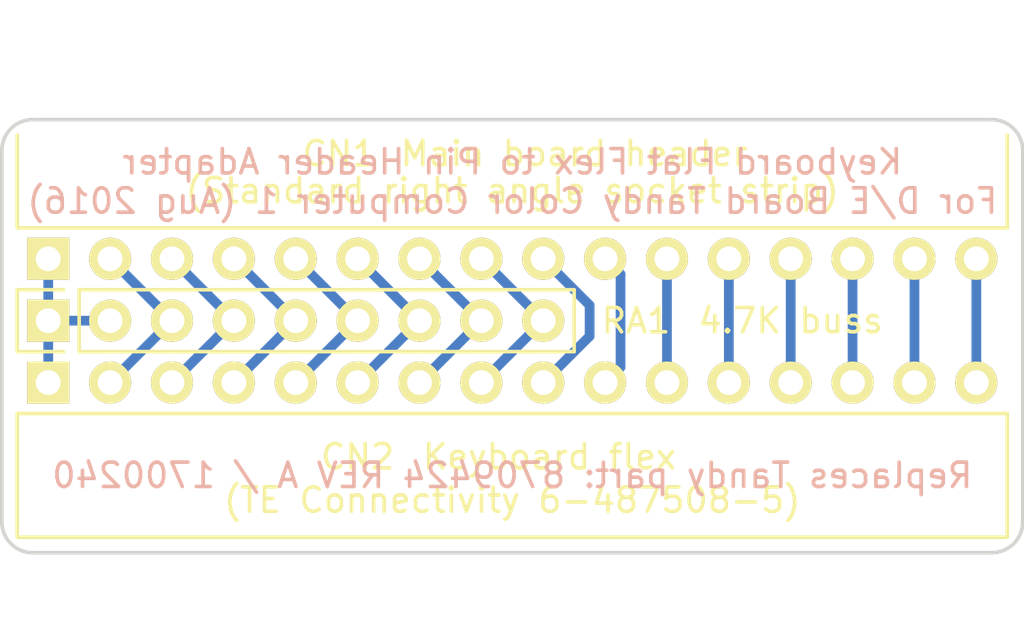
<source format=kicad_pcb>
(kicad_pcb (version 4) (host pcbnew 4.0.2-stable)

  (general
    (links 25)
    (no_connects 0)
    (area 145.339999 93.269999 187.400001 111.200001)
    (thickness 1.6)
    (drawings 12)
    (tracks 29)
    (zones 0)
    (modules 3)
    (nets 17)
  )

  (page A4)
  (layers
    (0 F.Cu signal)
    (31 B.Cu signal)
    (32 B.Adhes user)
    (33 F.Adhes user)
    (34 B.Paste user)
    (35 F.Paste user)
    (36 B.SilkS user)
    (37 F.SilkS user)
    (38 B.Mask user)
    (39 F.Mask user)
    (40 Dwgs.User user)
    (41 Cmts.User user)
    (42 Eco1.User user)
    (43 Eco2.User user)
    (44 Edge.Cuts user)
    (45 Margin user)
    (46 B.CrtYd user)
    (47 F.CrtYd user)
    (48 B.Fab user)
    (49 F.Fab user)
  )

  (setup
    (last_trace_width 0.4)
    (trace_clearance 0.4)
    (zone_clearance 0.508)
    (zone_45_only no)
    (trace_min 0.4)
    (segment_width 0.2)
    (edge_width 0.15)
    (via_size 0.6)
    (via_drill 0.4)
    (via_min_size 0.4)
    (via_min_drill 0.3)
    (uvia_size 0.3)
    (uvia_drill 0.1)
    (uvias_allowed no)
    (uvia_min_size 0.2)
    (uvia_min_drill 0.1)
    (pcb_text_width 0.3)
    (pcb_text_size 1.5 1.5)
    (mod_edge_width 0.15)
    (mod_text_size 1 1)
    (mod_text_width 0.15)
    (pad_size 1.524 1.524)
    (pad_drill 0.762)
    (pad_to_mask_clearance 0.2)
    (aux_axis_origin 0 0)
    (grid_origin 166.37 101.6)
    (visible_elements 7FFFFFFF)
    (pcbplotparams
      (layerselection 0x00030_80000001)
      (usegerberextensions false)
      (excludeedgelayer true)
      (linewidth 0.100000)
      (plotframeref false)
      (viasonmask false)
      (mode 1)
      (useauxorigin false)
      (hpglpennumber 1)
      (hpglpenspeed 20)
      (hpglpendiameter 15)
      (hpglpenoverlay 2)
      (psnegative false)
      (psa4output false)
      (plotreference true)
      (plotvalue true)
      (plotinvisibletext false)
      (padsonsilk false)
      (subtractmaskfromsilk false)
      (outputformat 1)
      (mirror false)
      (drillshape 1)
      (scaleselection 1)
      (outputdirectory ""))
  )

  (net 0 "")
  (net 1 "Net-(CN1-Pad1)")
  (net 2 "Net-(CN1-Pad2)")
  (net 3 "Net-(CN1-Pad3)")
  (net 4 "Net-(CN1-Pad4)")
  (net 5 "Net-(CN1-Pad5)")
  (net 6 "Net-(CN1-Pad6)")
  (net 7 "Net-(CN1-Pad7)")
  (net 8 "Net-(CN1-Pad8)")
  (net 9 "Net-(CN1-Pad9)")
  (net 10 "Net-(CN1-Pad10)")
  (net 11 "Net-(CN1-Pad11)")
  (net 12 "Net-(CN1-Pad12)")
  (net 13 "Net-(CN1-Pad13)")
  (net 14 "Net-(CN1-Pad14)")
  (net 15 "Net-(CN1-Pad15)")
  (net 16 "Net-(CN1-Pad16)")

  (net_class Default "This is the default net class."
    (clearance 0.4)
    (trace_width 0.4)
    (via_dia 0.6)
    (via_drill 0.4)
    (uvia_dia 0.3)
    (uvia_drill 0.1)
    (add_net "Net-(CN1-Pad1)")
    (add_net "Net-(CN1-Pad10)")
    (add_net "Net-(CN1-Pad11)")
    (add_net "Net-(CN1-Pad12)")
    (add_net "Net-(CN1-Pad13)")
    (add_net "Net-(CN1-Pad14)")
    (add_net "Net-(CN1-Pad15)")
    (add_net "Net-(CN1-Pad16)")
    (add_net "Net-(CN1-Pad2)")
    (add_net "Net-(CN1-Pad3)")
    (add_net "Net-(CN1-Pad4)")
    (add_net "Net-(CN1-Pad5)")
    (add_net "Net-(CN1-Pad6)")
    (add_net "Net-(CN1-Pad7)")
    (add_net "Net-(CN1-Pad8)")
    (add_net "Net-(CN1-Pad9)")
  )

  (module Pin_Headers:Pin_Header_Straight_1x09 (layer F.Cu) (tedit 57A75E82) (tstamp 57A753BB)
    (at 147.32 101.6 90)
    (descr "Through hole pin header")
    (tags "pin header")
    (path /57A74FC2)
    (fp_text reference RA1 (at 0 24.13 180) (layer F.SilkS)
      (effects (font (size 1 1) (thickness 0.15)))
    )
    (fp_text value "4.7K buss" (at 0 30.48 180) (layer F.SilkS)
      (effects (font (size 1 1) (thickness 0.15)))
    )
    (fp_line (start -1.27 0.635) (end -1.27 -1.27) (layer F.SilkS) (width 0.15))
    (fp_line (start -1.27 -1.27) (end 1.27 -1.27) (layer F.SilkS) (width 0.15))
    (fp_line (start 1.27 -1.27) (end 1.27 0.635) (layer F.SilkS) (width 0.15))
    (fp_line (start -1.75 -1.75) (end -1.75 22.1) (layer F.CrtYd) (width 0.05))
    (fp_line (start 1.75 -1.75) (end 1.75 22.1) (layer F.CrtYd) (width 0.05))
    (fp_line (start -1.75 -1.75) (end 1.75 -1.75) (layer F.CrtYd) (width 0.05))
    (fp_line (start -1.75 22.1) (end 1.75 22.1) (layer F.CrtYd) (width 0.05))
    (fp_line (start 1.27 1.27) (end 1.27 21.59) (layer F.SilkS) (width 0.15))
    (fp_line (start 1.27 21.59) (end -1.27 21.59) (layer F.SilkS) (width 0.15))
    (fp_line (start -1.27 21.59) (end -1.27 1.27) (layer F.SilkS) (width 0.15))
    (fp_line (start 1.27 1.27) (end -1.27 1.27) (layer F.SilkS) (width 0.15))
    (pad 1 thru_hole rect (at 0 0 90) (size 1.7272 1.7272) (drill 1.016) (layers *.Cu *.Mask F.SilkS)
      (net 1 "Net-(CN1-Pad1)"))
    (pad 2 thru_hole circle (at 0 2.54 90) (size 1.7272 1.7272) (drill 1.016) (layers *.Cu *.Mask F.SilkS)
      (net 1 "Net-(CN1-Pad1)"))
    (pad 3 thru_hole circle (at 0 5.08 90) (size 1.7272 1.7272) (drill 1.016) (layers *.Cu *.Mask F.SilkS)
      (net 2 "Net-(CN1-Pad2)"))
    (pad 4 thru_hole circle (at 0 7.62 90) (size 1.7272 1.7272) (drill 1.016) (layers *.Cu *.Mask F.SilkS)
      (net 3 "Net-(CN1-Pad3)"))
    (pad 5 thru_hole circle (at 0 10.16 90) (size 1.7272 1.7272) (drill 1.016) (layers *.Cu *.Mask F.SilkS)
      (net 4 "Net-(CN1-Pad4)"))
    (pad 6 thru_hole circle (at 0 12.7 90) (size 1.7272 1.7272) (drill 1.016) (layers *.Cu *.Mask F.SilkS)
      (net 5 "Net-(CN1-Pad5)"))
    (pad 7 thru_hole circle (at 0 15.24 90) (size 1.7272 1.7272) (drill 1.016) (layers *.Cu *.Mask F.SilkS)
      (net 6 "Net-(CN1-Pad6)"))
    (pad 8 thru_hole circle (at 0 17.78 90) (size 1.7272 1.7272) (drill 1.016) (layers *.Cu *.Mask F.SilkS)
      (net 7 "Net-(CN1-Pad7)"))
    (pad 9 thru_hole circle (at 0 20.32 90) (size 1.7272 1.7272) (drill 1.016) (layers *.Cu *.Mask F.SilkS)
      (net 8 "Net-(CN1-Pad8)"))
    (model ../../../../../../dev/Coco/Circuits/Libraries/smisioto/walter/pth_resistors/r-sil_8.wrl
      (at (xyz 0 -0.45 0))
      (scale (xyz 1 1 1))
      (rotate (xyz 0 0 90))
    )
  )

  (module Socket_Strips:Socket_Strip_Angled_1x16 (layer F.Cu) (tedit 57A75E7A) (tstamp 57A7539A)
    (at 147.32 99.06 180)
    (descr "Through hole socket strip")
    (tags "socket strip")
    (path /57A74F11)
    (fp_text reference CN1 (at -11.938 4.318 180) (layer F.SilkS)
      (effects (font (size 1 1) (thickness 0.15)))
    )
    (fp_text value "Main board header" (at -21.59 4.318 180) (layer F.SilkS)
      (effects (font (size 1 1) (thickness 0.15)))
    )
    (fp_line (start 1.27 1.27) (end 1.27 5.08) (layer F.SilkS) (width 0.15))
    (fp_line (start -39.37 1.27) (end -39.37 5.08) (layer F.SilkS) (width 0.15))
    (fp_line (start 1.75 -1.5) (end 1.75 10.6) (layer F.CrtYd) (width 0.05))
    (fp_line (start -39.85 -1.5) (end -39.85 10.6) (layer F.CrtYd) (width 0.05))
    (fp_line (start 1.75 -1.5) (end -39.85 -1.5) (layer F.CrtYd) (width 0.05))
    (fp_line (start 1.75 10.6) (end -39.85 10.6) (layer F.CrtYd) (width 0.05))
    (fp_line (start -13.97 1.27) (end -16.51 1.27) (layer F.SilkS) (width 0.15))
    (fp_line (start -16.51 1.27) (end -19.05 1.27) (layer F.SilkS) (width 0.15))
    (fp_line (start -19.05 1.27) (end -21.59 1.27) (layer F.SilkS) (width 0.15))
    (fp_line (start -21.59 1.27) (end -24.13 1.27) (layer F.SilkS) (width 0.15))
    (fp_line (start -24.13 1.27) (end -26.67 1.27) (layer F.SilkS) (width 0.15))
    (fp_line (start -26.67 1.27) (end -29.21 1.27) (layer F.SilkS) (width 0.15))
    (fp_line (start -29.21 1.27) (end -31.75 1.27) (layer F.SilkS) (width 0.15))
    (fp_line (start -31.75 1.27) (end -34.29 1.27) (layer F.SilkS) (width 0.15))
    (fp_line (start -34.29 1.27) (end -36.83 1.27) (layer F.SilkS) (width 0.15))
    (fp_line (start -36.83 1.27) (end -39.37 1.27) (layer F.SilkS) (width 0.15))
    (fp_line (start -11.43 1.27) (end -13.97 1.27) (layer F.SilkS) (width 0.15))
    (fp_line (start -8.89 1.27) (end -11.43 1.27) (layer F.SilkS) (width 0.15))
    (fp_line (start -6.35 1.27) (end -8.89 1.27) (layer F.SilkS) (width 0.15))
    (fp_line (start -3.81 1.27) (end -6.35 1.27) (layer F.SilkS) (width 0.15))
    (fp_line (start -1.27 1.27) (end -3.81 1.27) (layer F.SilkS) (width 0.15))
    (fp_line (start 1.27 1.27) (end -1.27 1.27) (layer F.SilkS) (width 0.15))
    (pad 1 thru_hole rect (at 0 0) (size 1.7272 1.7272) (drill 1.016) (layers *.Cu *.Mask F.SilkS)
      (net 1 "Net-(CN1-Pad1)"))
    (pad 2 thru_hole circle (at -2.54 0) (size 1.7272 1.7272) (drill 1.016) (layers *.Cu *.Mask F.SilkS)
      (net 2 "Net-(CN1-Pad2)"))
    (pad 3 thru_hole circle (at -5.08 0) (size 1.7272 1.7272) (drill 1.016) (layers *.Cu *.Mask F.SilkS)
      (net 3 "Net-(CN1-Pad3)"))
    (pad 4 thru_hole circle (at -7.62 0) (size 1.7272 1.7272) (drill 1.016) (layers *.Cu *.Mask F.SilkS)
      (net 4 "Net-(CN1-Pad4)"))
    (pad 5 thru_hole circle (at -10.16 0) (size 1.7272 1.7272) (drill 1.016) (layers *.Cu *.Mask F.SilkS)
      (net 5 "Net-(CN1-Pad5)"))
    (pad 6 thru_hole circle (at -12.7 0) (size 1.7272 1.7272) (drill 1.016) (layers *.Cu *.Mask F.SilkS)
      (net 6 "Net-(CN1-Pad6)"))
    (pad 7 thru_hole circle (at -15.24 0) (size 1.7272 1.7272) (drill 1.016) (layers *.Cu *.Mask F.SilkS)
      (net 7 "Net-(CN1-Pad7)"))
    (pad 8 thru_hole circle (at -17.78 0) (size 1.7272 1.7272) (drill 1.016) (layers *.Cu *.Mask F.SilkS)
      (net 8 "Net-(CN1-Pad8)"))
    (pad 9 thru_hole circle (at -20.32 0) (size 1.7272 1.7272) (drill 1.016) (layers *.Cu *.Mask F.SilkS)
      (net 9 "Net-(CN1-Pad9)"))
    (pad 10 thru_hole circle (at -22.86 0) (size 1.7272 1.7272) (drill 1.016) (layers *.Cu *.Mask F.SilkS)
      (net 10 "Net-(CN1-Pad10)"))
    (pad 11 thru_hole circle (at -25.4 0) (size 1.7272 1.7272) (drill 1.016) (layers *.Cu *.Mask F.SilkS)
      (net 11 "Net-(CN1-Pad11)"))
    (pad 12 thru_hole circle (at -27.94 0) (size 1.7272 1.7272) (drill 1.016) (layers *.Cu *.Mask F.SilkS)
      (net 12 "Net-(CN1-Pad12)"))
    (pad 13 thru_hole circle (at -30.48 0) (size 1.7272 1.7272) (drill 1.016) (layers *.Cu *.Mask F.SilkS)
      (net 13 "Net-(CN1-Pad13)"))
    (pad 14 thru_hole circle (at -33.02 0) (size 1.7272 1.7272) (drill 1.016) (layers *.Cu *.Mask F.SilkS)
      (net 14 "Net-(CN1-Pad14)"))
    (pad 15 thru_hole circle (at -35.56 0) (size 1.7272 1.7272) (drill 1.016) (layers *.Cu *.Mask F.SilkS)
      (net 15 "Net-(CN1-Pad15)"))
    (pad 16 thru_hole circle (at -38.1 0) (size 1.7272 1.7272) (drill 1.016) (layers *.Cu *.Mask F.SilkS)
      (net 16 "Net-(CN1-Pad16)"))
    (model Socket_Strips.3dshapes/Socket_Strip_Angled_1x16.wrl
      (at (xyz -0.75 0 0))
      (scale (xyz 1 1 1))
      (rotate (xyz 0 0 180))
    )
  )

  (module Socket_Strips:Socket_Strip_Angled_1x16 (layer F.Cu) (tedit 57A75E7E) (tstamp 57A753AE)
    (at 147.32 104.14)
    (descr "Through hole socket strip")
    (tags "socket strip")
    (path /57A74F53)
    (fp_text reference CN2 (at 12.7 3.048) (layer F.SilkS)
      (effects (font (size 1 1) (thickness 0.15)))
    )
    (fp_text value "Keyboard flex" (at 20.574 3.048) (layer F.SilkS)
      (effects (font (size 1 1) (thickness 0.15)))
    )
    (fp_line (start -1.27 1.27) (end -1.27 6.35) (layer F.SilkS) (width 0.15))
    (fp_line (start -1.27 6.35) (end 39.37 6.35) (layer F.SilkS) (width 0.15))
    (fp_line (start 39.37 6.35) (end 39.37 1.27) (layer F.SilkS) (width 0.15))
    (fp_line (start -1.75 -1.5) (end -1.75 10.6) (layer F.CrtYd) (width 0.05))
    (fp_line (start 39.85 -1.5) (end 39.85 10.6) (layer F.CrtYd) (width 0.05))
    (fp_line (start -1.75 -1.5) (end 39.85 -1.5) (layer F.CrtYd) (width 0.05))
    (fp_line (start -1.75 10.6) (end 39.85 10.6) (layer F.CrtYd) (width 0.05))
    (fp_line (start 13.97 1.27) (end 16.51 1.27) (layer F.SilkS) (width 0.15))
    (fp_line (start 16.51 1.27) (end 19.05 1.27) (layer F.SilkS) (width 0.15))
    (fp_line (start 19.05 1.27) (end 21.59 1.27) (layer F.SilkS) (width 0.15))
    (fp_line (start 21.59 1.27) (end 24.13 1.27) (layer F.SilkS) (width 0.15))
    (fp_line (start 24.13 1.27) (end 26.67 1.27) (layer F.SilkS) (width 0.15))
    (fp_line (start 26.67 1.27) (end 29.21 1.27) (layer F.SilkS) (width 0.15))
    (fp_line (start 29.21 1.27) (end 31.75 1.27) (layer F.SilkS) (width 0.15))
    (fp_line (start 31.75 1.27) (end 34.29 1.27) (layer F.SilkS) (width 0.15))
    (fp_line (start 34.29 1.27) (end 36.83 1.27) (layer F.SilkS) (width 0.15))
    (fp_line (start 36.83 1.27) (end 39.37 1.27) (layer F.SilkS) (width 0.15))
    (fp_line (start 11.43 1.27) (end 13.97 1.27) (layer F.SilkS) (width 0.15))
    (fp_line (start 8.89 1.27) (end 11.43 1.27) (layer F.SilkS) (width 0.15))
    (fp_line (start 6.35 1.27) (end 8.89 1.27) (layer F.SilkS) (width 0.15))
    (fp_line (start 3.81 1.27) (end 6.35 1.27) (layer F.SilkS) (width 0.15))
    (fp_line (start 1.27 1.27) (end 3.81 1.27) (layer F.SilkS) (width 0.15))
    (fp_line (start -1.27 1.27) (end 1.27 1.27) (layer F.SilkS) (width 0.15))
    (pad 1 thru_hole rect (at 0 0) (size 1.7272 1.7272) (drill 1.016) (layers *.Cu *.Mask F.SilkS)
      (net 1 "Net-(CN1-Pad1)"))
    (pad 2 thru_hole circle (at 2.54 0) (size 1.7272 1.7272) (drill 1.016) (layers *.Cu *.Mask F.SilkS)
      (net 2 "Net-(CN1-Pad2)"))
    (pad 3 thru_hole circle (at 5.08 0) (size 1.7272 1.7272) (drill 1.016) (layers *.Cu *.Mask F.SilkS)
      (net 3 "Net-(CN1-Pad3)"))
    (pad 4 thru_hole circle (at 7.62 0) (size 1.7272 1.7272) (drill 1.016) (layers *.Cu *.Mask F.SilkS)
      (net 4 "Net-(CN1-Pad4)"))
    (pad 5 thru_hole circle (at 10.16 0) (size 1.7272 1.7272) (drill 1.016) (layers *.Cu *.Mask F.SilkS)
      (net 5 "Net-(CN1-Pad5)"))
    (pad 6 thru_hole circle (at 12.7 0) (size 1.7272 1.7272) (drill 1.016) (layers *.Cu *.Mask F.SilkS)
      (net 6 "Net-(CN1-Pad6)"))
    (pad 7 thru_hole circle (at 15.24 0) (size 1.7272 1.7272) (drill 1.016) (layers *.Cu *.Mask F.SilkS)
      (net 7 "Net-(CN1-Pad7)"))
    (pad 8 thru_hole circle (at 17.78 0) (size 1.7272 1.7272) (drill 1.016) (layers *.Cu *.Mask F.SilkS)
      (net 8 "Net-(CN1-Pad8)"))
    (pad 9 thru_hole circle (at 20.32 0) (size 1.7272 1.7272) (drill 1.016) (layers *.Cu *.Mask F.SilkS)
      (net 9 "Net-(CN1-Pad9)"))
    (pad 10 thru_hole circle (at 22.86 0) (size 1.7272 1.7272) (drill 1.016) (layers *.Cu *.Mask F.SilkS)
      (net 10 "Net-(CN1-Pad10)"))
    (pad 11 thru_hole circle (at 25.4 0) (size 1.7272 1.7272) (drill 1.016) (layers *.Cu *.Mask F.SilkS)
      (net 11 "Net-(CN1-Pad11)"))
    (pad 12 thru_hole circle (at 27.94 0) (size 1.7272 1.7272) (drill 1.016) (layers *.Cu *.Mask F.SilkS)
      (net 12 "Net-(CN1-Pad12)"))
    (pad 13 thru_hole circle (at 30.48 0) (size 1.7272 1.7272) (drill 1.016) (layers *.Cu *.Mask F.SilkS)
      (net 13 "Net-(CN1-Pad13)"))
    (pad 14 thru_hole circle (at 33.02 0) (size 1.7272 1.7272) (drill 1.016) (layers *.Cu *.Mask F.SilkS)
      (net 14 "Net-(CN1-Pad14)"))
    (pad 15 thru_hole circle (at 35.56 0) (size 1.7272 1.7272) (drill 1.016) (layers *.Cu *.Mask F.SilkS)
      (net 15 "Net-(CN1-Pad15)"))
    (pad 16 thru_hole circle (at 38.1 0) (size 1.7272 1.7272) (drill 1.016) (layers *.Cu *.Mask F.SilkS)
      (net 16 "Net-(CN1-Pad16)"))
    (model Socket_Strips.3dshapes/Socket_Strip_Angled_1x16.wrl
      (at (xyz 0.75 0 0))
      (scale (xyz 1 1 1))
      (rotate (xyz 0 0 180))
    )
  )

  (gr_text "(Standard right angle socket strip)" (at 166.37 96.266) (layer F.SilkS)
    (effects (font (size 1 1) (thickness 0.15)))
  )
  (gr_text "(TE Connectivity 6-487508-5)" (at 166.37 108.966) (layer F.SilkS)
    (effects (font (size 1 1) (thickness 0.15)))
  )
  (gr_text "Keyboard Flat Flex to Pin Header Adapter\nFor D/E Board Tandy Color Computer 1 (Aug 2016)" (at 166.37 95.885) (layer B.SilkS)
    (effects (font (size 1 1) (thickness 0.15)) (justify mirror))
  )
  (gr_text "Replaces Tandy part: 8709424 REV A / 1700240" (at 166.37 107.95) (layer B.SilkS)
    (effects (font (size 1 1) (thickness 0.15)) (justify mirror))
  )
  (gr_line (start 146.685 93.345) (end 186.055 93.345) (angle 90) (layer Edge.Cuts) (width 0.15))
  (gr_line (start 145.415 109.855) (end 145.415 94.615) (angle 90) (layer Edge.Cuts) (width 0.15))
  (gr_line (start 186.055 111.125) (end 146.685 111.125) (angle 90) (layer Edge.Cuts) (width 0.15))
  (gr_line (start 187.325 94.615) (end 187.325 109.855) (angle 90) (layer Edge.Cuts) (width 0.15))
  (gr_arc (start 146.685 109.855) (end 146.685 111.125) (angle 90) (layer Edge.Cuts) (width 0.15))
  (gr_arc (start 186.055 109.855) (end 187.325 109.855) (angle 90) (layer Edge.Cuts) (width 0.15))
  (gr_arc (start 186.055 94.615) (end 186.055 93.345) (angle 90) (layer Edge.Cuts) (width 0.15))
  (gr_arc (start 146.685 94.615) (end 145.415 94.615) (angle 90) (layer Edge.Cuts) (width 0.15))

  (segment (start 147.32 101.6) (end 147.32 104.14) (width 0.4) (layer B.Cu) (net 1))
  (segment (start 149.86 101.6) (end 147.32 101.6) (width 0.4) (layer B.Cu) (net 1))
  (segment (start 147.32 99.06) (end 147.32 101.6) (width 0.4) (layer B.Cu) (net 1))
  (segment (start 149.86 99.06) (end 152.4 101.6) (width 0.4) (layer B.Cu) (net 2))
  (segment (start 152.4 101.6) (end 149.86 104.14) (width 0.4) (layer B.Cu) (net 2) (tstamp 57A754DE))
  (segment (start 152.4 99.06) (end 154.94 101.6) (width 0.4) (layer B.Cu) (net 3))
  (segment (start 154.94 101.6) (end 152.4 104.14) (width 0.4) (layer B.Cu) (net 3) (tstamp 57A754E1))
  (segment (start 154.94 99.06) (end 157.48 101.6) (width 0.4) (layer B.Cu) (net 4))
  (segment (start 157.48 101.6) (end 154.94 104.14) (width 0.4) (layer B.Cu) (net 4) (tstamp 57A754E4))
  (segment (start 157.48 99.06) (end 160.02 101.6) (width 0.4) (layer B.Cu) (net 5))
  (segment (start 160.02 101.6) (end 157.48 104.14) (width 0.4) (layer B.Cu) (net 5) (tstamp 57A754E7))
  (segment (start 160.02 99.06) (end 162.56 101.6) (width 0.4) (layer B.Cu) (net 6))
  (segment (start 162.56 101.6) (end 160.02 104.14) (width 0.4) (layer B.Cu) (net 6) (tstamp 57A754EA))
  (segment (start 162.56 99.06) (end 165.1 101.6) (width 0.4) (layer B.Cu) (net 7))
  (segment (start 165.1 101.6) (end 162.56 104.14) (width 0.4) (layer B.Cu) (net 7) (tstamp 57A754ED))
  (segment (start 165.1 99.06) (end 167.64 101.6) (width 0.4) (layer B.Cu) (net 8))
  (segment (start 167.64 101.6) (end 165.1 104.14) (width 0.4) (layer B.Cu) (net 8) (tstamp 57A754F0))
  (segment (start 167.64 99.06) (end 169.545 100.965) (width 0.4) (layer B.Cu) (net 9))
  (segment (start 169.545 102.235) (end 167.64 104.14) (width 0.4) (layer B.Cu) (net 9) (tstamp 57A754F7))
  (segment (start 169.545 100.965) (end 169.545 102.235) (width 0.4) (layer B.Cu) (net 9) (tstamp 57A754F6))
  (segment (start 170.18 99.06) (end 170.815 99.695) (width 0.4) (layer B.Cu) (net 10))
  (segment (start 170.815 103.505) (end 170.18 104.14) (width 0.4) (layer B.Cu) (net 10) (tstamp 57A754FE))
  (segment (start 170.815 99.695) (end 170.815 103.505) (width 0.4) (layer B.Cu) (net 10) (tstamp 57A754FD))
  (segment (start 172.72 99.06) (end 172.72 104.14) (width 0.4) (layer B.Cu) (net 11))
  (segment (start 175.26 99.06) (end 175.26 104.14) (width 0.4) (layer B.Cu) (net 12))
  (segment (start 177.8 99.06) (end 177.8 104.14) (width 0.4) (layer B.Cu) (net 13))
  (segment (start 180.34 99.06) (end 180.34 104.14) (width 0.4) (layer B.Cu) (net 14))
  (segment (start 182.88 99.06) (end 182.88 104.14) (width 0.4) (layer B.Cu) (net 15))
  (segment (start 185.42 99.06) (end 185.42 104.14) (width 0.4) (layer B.Cu) (net 16))

)

</source>
